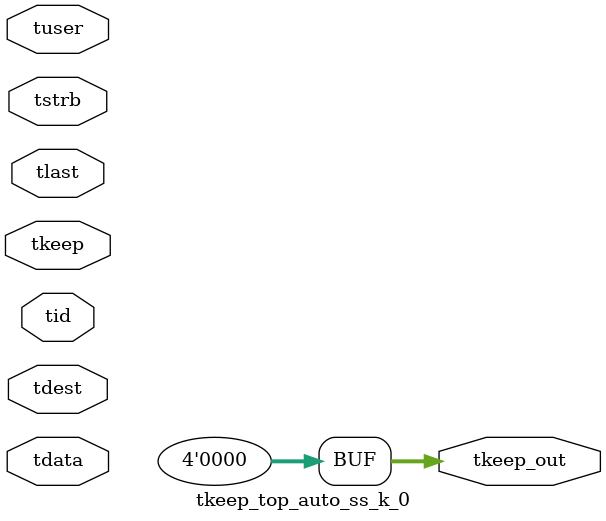
<source format=v>


`timescale 1ps/1ps

module tkeep_top_auto_ss_k_0 #
(
parameter C_S_AXIS_TDATA_WIDTH = 32,
parameter C_S_AXIS_TUSER_WIDTH = 0,
parameter C_S_AXIS_TID_WIDTH   = 0,
parameter C_S_AXIS_TDEST_WIDTH = 0,
parameter C_M_AXIS_TDATA_WIDTH = 32
)
(
input  [(C_S_AXIS_TDATA_WIDTH == 0 ? 1 : C_S_AXIS_TDATA_WIDTH)-1:0     ] tdata,
input  [(C_S_AXIS_TUSER_WIDTH == 0 ? 1 : C_S_AXIS_TUSER_WIDTH)-1:0     ] tuser,
input  [(C_S_AXIS_TID_WIDTH   == 0 ? 1 : C_S_AXIS_TID_WIDTH)-1:0       ] tid,
input  [(C_S_AXIS_TDEST_WIDTH == 0 ? 1 : C_S_AXIS_TDEST_WIDTH)-1:0     ] tdest,
input  [(C_S_AXIS_TDATA_WIDTH/8)-1:0 ] tkeep,
input  [(C_S_AXIS_TDATA_WIDTH/8)-1:0 ] tstrb,
input                                                                    tlast,
output [(C_M_AXIS_TDATA_WIDTH/8)-1:0 ] tkeep_out
);

assign tkeep_out = {1'b0};

endmodule


</source>
